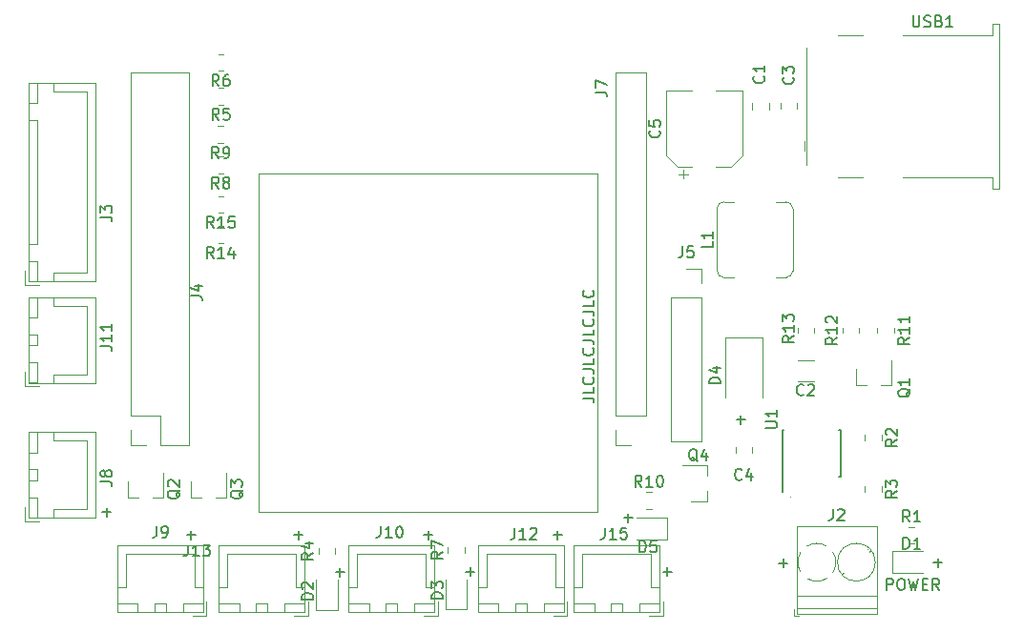
<source format=gbr>
%TF.GenerationSoftware,KiCad,Pcbnew,(5.1.12)-1*%
%TF.CreationDate,2022-01-05T17:05:18+08:00*%
%TF.ProjectId,orange_juice_board,6f72616e-6765-45f6-9a75-6963655f626f,rev?*%
%TF.SameCoordinates,Original*%
%TF.FileFunction,Legend,Top*%
%TF.FilePolarity,Positive*%
%FSLAX46Y46*%
G04 Gerber Fmt 4.6, Leading zero omitted, Abs format (unit mm)*
G04 Created by KiCad (PCBNEW (5.1.12)-1) date 2022-01-05 17:05:18*
%MOMM*%
%LPD*%
G01*
G04 APERTURE LIST*
%ADD10C,0.150000*%
%ADD11C,0.120000*%
G04 APERTURE END LIST*
D10*
X154722380Y-101929047D02*
X155436666Y-101929047D01*
X155579523Y-101976666D01*
X155674761Y-102071904D01*
X155722380Y-102214761D01*
X155722380Y-102310000D01*
X155722380Y-100976666D02*
X155722380Y-101452857D01*
X154722380Y-101452857D01*
X155627142Y-100071904D02*
X155674761Y-100119523D01*
X155722380Y-100262380D01*
X155722380Y-100357619D01*
X155674761Y-100500476D01*
X155579523Y-100595714D01*
X155484285Y-100643333D01*
X155293809Y-100690952D01*
X155150952Y-100690952D01*
X154960476Y-100643333D01*
X154865238Y-100595714D01*
X154770000Y-100500476D01*
X154722380Y-100357619D01*
X154722380Y-100262380D01*
X154770000Y-100119523D01*
X154817619Y-100071904D01*
X154722380Y-99357619D02*
X155436666Y-99357619D01*
X155579523Y-99405238D01*
X155674761Y-99500476D01*
X155722380Y-99643333D01*
X155722380Y-99738571D01*
X155722380Y-98405238D02*
X155722380Y-98881428D01*
X154722380Y-98881428D01*
X155627142Y-97500476D02*
X155674761Y-97548095D01*
X155722380Y-97690952D01*
X155722380Y-97786190D01*
X155674761Y-97929047D01*
X155579523Y-98024285D01*
X155484285Y-98071904D01*
X155293809Y-98119523D01*
X155150952Y-98119523D01*
X154960476Y-98071904D01*
X154865238Y-98024285D01*
X154770000Y-97929047D01*
X154722380Y-97786190D01*
X154722380Y-97690952D01*
X154770000Y-97548095D01*
X154817619Y-97500476D01*
X154722380Y-96786190D02*
X155436666Y-96786190D01*
X155579523Y-96833809D01*
X155674761Y-96929047D01*
X155722380Y-97071904D01*
X155722380Y-97167142D01*
X155722380Y-95833809D02*
X155722380Y-96310000D01*
X154722380Y-96310000D01*
X155627142Y-94929047D02*
X155674761Y-94976666D01*
X155722380Y-95119523D01*
X155722380Y-95214761D01*
X155674761Y-95357619D01*
X155579523Y-95452857D01*
X155484285Y-95500476D01*
X155293809Y-95548095D01*
X155150952Y-95548095D01*
X154960476Y-95500476D01*
X154865238Y-95452857D01*
X154770000Y-95357619D01*
X154722380Y-95214761D01*
X154722380Y-95119523D01*
X154770000Y-94976666D01*
X154817619Y-94929047D01*
X154722380Y-94214761D02*
X155436666Y-94214761D01*
X155579523Y-94262380D01*
X155674761Y-94357619D01*
X155722380Y-94500476D01*
X155722380Y-94595714D01*
X155722380Y-93262380D02*
X155722380Y-93738571D01*
X154722380Y-93738571D01*
X155627142Y-92357619D02*
X155674761Y-92405238D01*
X155722380Y-92548095D01*
X155722380Y-92643333D01*
X155674761Y-92786190D01*
X155579523Y-92881428D01*
X155484285Y-92929047D01*
X155293809Y-92976666D01*
X155150952Y-92976666D01*
X154960476Y-92929047D01*
X154865238Y-92881428D01*
X154770000Y-92786190D01*
X154722380Y-92643333D01*
X154722380Y-92548095D01*
X154770000Y-92405238D01*
X154817619Y-92357619D01*
X161869047Y-117321428D02*
X162630952Y-117321428D01*
X162250000Y-117702380D02*
X162250000Y-116940476D01*
X168369047Y-103821428D02*
X169130952Y-103821428D01*
X168750000Y-104202380D02*
X168750000Y-103440476D01*
D11*
X156000000Y-112000000D02*
X156000000Y-82000000D01*
X126000000Y-112000000D02*
X156000000Y-112000000D01*
X126000000Y-82000000D02*
X126000000Y-112000000D01*
X156000000Y-82000000D02*
X126000000Y-82000000D01*
D10*
X144344047Y-117346428D02*
X145105952Y-117346428D01*
X144725000Y-117727380D02*
X144725000Y-116965476D01*
X132819047Y-117371428D02*
X133580952Y-117371428D01*
X133200000Y-117752380D02*
X133200000Y-116990476D01*
D11*
X173155902Y-110725000D02*
G75*
G03*
X173155902Y-110725000I-55902J0D01*
G01*
D10*
X185869047Y-116546428D02*
X186630952Y-116546428D01*
X186250000Y-116927380D02*
X186250000Y-116165476D01*
X112119047Y-112071428D02*
X112880952Y-112071428D01*
X112500000Y-112452380D02*
X112500000Y-111690476D01*
X158369047Y-112571428D02*
X159130952Y-112571428D01*
X158750000Y-112952380D02*
X158750000Y-112190476D01*
X152119047Y-114071428D02*
X152880952Y-114071428D01*
X152500000Y-114452380D02*
X152500000Y-113690476D01*
X140619047Y-114071428D02*
X141380952Y-114071428D01*
X141000000Y-114452380D02*
X141000000Y-113690476D01*
X129119047Y-114071428D02*
X129880952Y-114071428D01*
X129500000Y-114452380D02*
X129500000Y-113690476D01*
X119619047Y-114071428D02*
X120380952Y-114071428D01*
X120000000Y-114452380D02*
X120000000Y-113690476D01*
X172119047Y-116571428D02*
X172880952Y-116571428D01*
X172500000Y-116952380D02*
X172500000Y-116190476D01*
X181690476Y-118952380D02*
X181690476Y-117952380D01*
X182071428Y-117952380D01*
X182166666Y-118000000D01*
X182214285Y-118047619D01*
X182261904Y-118142857D01*
X182261904Y-118285714D01*
X182214285Y-118380952D01*
X182166666Y-118428571D01*
X182071428Y-118476190D01*
X181690476Y-118476190D01*
X182880952Y-117952380D02*
X183071428Y-117952380D01*
X183166666Y-118000000D01*
X183261904Y-118095238D01*
X183309523Y-118285714D01*
X183309523Y-118619047D01*
X183261904Y-118809523D01*
X183166666Y-118904761D01*
X183071428Y-118952380D01*
X182880952Y-118952380D01*
X182785714Y-118904761D01*
X182690476Y-118809523D01*
X182642857Y-118619047D01*
X182642857Y-118285714D01*
X182690476Y-118095238D01*
X182785714Y-118000000D01*
X182880952Y-117952380D01*
X183642857Y-117952380D02*
X183880952Y-118952380D01*
X184071428Y-118238095D01*
X184261904Y-118952380D01*
X184500000Y-117952380D01*
X184880952Y-118428571D02*
X185214285Y-118428571D01*
X185357142Y-118952380D02*
X184880952Y-118952380D01*
X184880952Y-117952380D01*
X185357142Y-117952380D01*
X186357142Y-118952380D02*
X186023809Y-118476190D01*
X185785714Y-118952380D02*
X185785714Y-117952380D01*
X186166666Y-117952380D01*
X186261904Y-118000000D01*
X186309523Y-118047619D01*
X186357142Y-118142857D01*
X186357142Y-118285714D01*
X186309523Y-118380952D01*
X186261904Y-118428571D01*
X186166666Y-118476190D01*
X185785714Y-118476190D01*
D11*
%TO.C,J3*%
X105250000Y-91850000D02*
X106500000Y-91850000D01*
X105250000Y-90600000D02*
X105250000Y-91850000D01*
X110750000Y-74700000D02*
X110750000Y-82750000D01*
X107800000Y-74700000D02*
X110750000Y-74700000D01*
X107800000Y-73950000D02*
X107800000Y-74700000D01*
X110750000Y-90800000D02*
X110750000Y-82750000D01*
X107800000Y-90800000D02*
X110750000Y-90800000D01*
X107800000Y-91550000D02*
X107800000Y-90800000D01*
X105550000Y-73950000D02*
X105550000Y-75750000D01*
X106300000Y-73950000D02*
X105550000Y-73950000D01*
X106300000Y-75750000D02*
X106300000Y-73950000D01*
X105550000Y-75750000D02*
X106300000Y-75750000D01*
X105550000Y-89750000D02*
X105550000Y-91550000D01*
X106300000Y-89750000D02*
X105550000Y-89750000D01*
X106300000Y-91550000D02*
X106300000Y-89750000D01*
X105550000Y-91550000D02*
X106300000Y-91550000D01*
X105550000Y-77250000D02*
X105550000Y-88250000D01*
X106300000Y-77250000D02*
X105550000Y-77250000D01*
X106300000Y-88250000D02*
X106300000Y-77250000D01*
X105550000Y-88250000D02*
X106300000Y-88250000D01*
X105540000Y-73940000D02*
X105540000Y-91560000D01*
X111510000Y-73940000D02*
X105540000Y-73940000D01*
X111510000Y-91560000D02*
X111510000Y-73940000D01*
X105540000Y-91560000D02*
X111510000Y-91560000D01*
%TO.C,J4*%
X115960000Y-106110000D02*
X114630000Y-106110000D01*
X114630000Y-106110000D02*
X114630000Y-104780000D01*
X117230000Y-106110000D02*
X117230000Y-103510000D01*
X117230000Y-103510000D02*
X114630000Y-103510000D01*
X114630000Y-103510000D02*
X114630000Y-72970000D01*
X119830000Y-72970000D02*
X114630000Y-72970000D01*
X119830000Y-106110000D02*
X119830000Y-72970000D01*
X119830000Y-106110000D02*
X117230000Y-106110000D01*
%TO.C,C5*%
X163258750Y-82043750D02*
X164046250Y-82043750D01*
X163652500Y-82437500D02*
X163652500Y-81650000D01*
X167845563Y-81410000D02*
X168910000Y-80345563D01*
X163154437Y-81410000D02*
X162090000Y-80345563D01*
X163154437Y-81410000D02*
X164440000Y-81410000D01*
X167845563Y-81410000D02*
X166560000Y-81410000D01*
X168910000Y-80345563D02*
X168910000Y-74590000D01*
X162090000Y-80345563D02*
X162090000Y-74590000D01*
X162090000Y-74590000D02*
X164440000Y-74590000D01*
X168910000Y-74590000D02*
X166560000Y-74590000D01*
D10*
%TO.C,U1*%
X172475000Y-108875000D02*
X172475000Y-110275000D01*
X177575000Y-108875000D02*
X177575000Y-104725000D01*
X172425000Y-108875000D02*
X172425000Y-104725000D01*
X177575000Y-108875000D02*
X177430000Y-108875000D01*
X177575000Y-104725000D02*
X177430000Y-104725000D01*
X172425000Y-104725000D02*
X172570000Y-104725000D01*
X172425000Y-108875000D02*
X172475000Y-108875000D01*
D11*
%TO.C,USB1*%
X179580000Y-69690000D02*
X177400000Y-69690000D01*
X179580000Y-82310000D02*
X177400000Y-82310000D01*
X183080000Y-69690000D02*
X191050000Y-69690000D01*
X191050000Y-69690000D02*
X191050000Y-68690000D01*
X191050000Y-68690000D02*
X191670000Y-68690000D01*
X191670000Y-68690000D02*
X191670000Y-83310000D01*
X191670000Y-83310000D02*
X191050000Y-83310000D01*
X191050000Y-83310000D02*
X191050000Y-82310000D01*
X191050000Y-82310000D02*
X183080000Y-82310000D01*
X174550000Y-81190000D02*
X174550000Y-70810000D01*
X174400000Y-79100000D02*
X174400000Y-79900000D01*
%TO.C,C1*%
X171235000Y-76261252D02*
X171235000Y-75738748D01*
X169765000Y-76261252D02*
X169765000Y-75738748D01*
%TO.C,C2*%
X173813748Y-100410000D02*
X175236252Y-100410000D01*
X173813748Y-98590000D02*
X175236252Y-98590000D01*
%TO.C,C3*%
X173735000Y-76211252D02*
X173735000Y-75688748D01*
X172265000Y-76211252D02*
X172265000Y-75688748D01*
%TO.C,C4*%
X169735000Y-106761252D02*
X169735000Y-106238748D01*
X168265000Y-106761252D02*
X168265000Y-106238748D01*
%TO.C,D1*%
X182215000Y-117460000D02*
X184900000Y-117460000D01*
X182215000Y-115540000D02*
X182215000Y-117460000D01*
X184900000Y-115540000D02*
X182215000Y-115540000D01*
%TO.C,D2*%
X132960000Y-120747500D02*
X132960000Y-118062500D01*
X131040000Y-120747500D02*
X132960000Y-120747500D01*
X131040000Y-118062500D02*
X131040000Y-120747500D01*
%TO.C,D3*%
X144460000Y-120685000D02*
X144460000Y-118000000D01*
X142540000Y-120685000D02*
X144460000Y-120685000D01*
X142540000Y-118000000D02*
X142540000Y-120685000D01*
%TO.C,D4*%
X170650000Y-96500000D02*
X170650000Y-101900000D01*
X167350000Y-96500000D02*
X167350000Y-101900000D01*
X170650000Y-96500000D02*
X167350000Y-96500000D01*
%TO.C,D5*%
X162185000Y-112540000D02*
X159500000Y-112540000D01*
X162185000Y-114460000D02*
X162185000Y-112540000D01*
X159500000Y-114460000D02*
X162185000Y-114460000D01*
%TO.C,J2*%
X173450000Y-121300000D02*
X173850000Y-121300000D01*
X173450000Y-120660000D02*
X173450000Y-121300000D01*
X177855000Y-117441000D02*
X177726000Y-117569000D01*
X180070000Y-115225000D02*
X179976000Y-115319000D01*
X178025000Y-117681000D02*
X177931000Y-117774000D01*
X180275000Y-115431000D02*
X180146000Y-115559000D01*
X180810000Y-113340000D02*
X180810000Y-121060000D01*
X173690000Y-113340000D02*
X173690000Y-121060000D01*
X173690000Y-121060000D02*
X180810000Y-121060000D01*
X173690000Y-113340000D02*
X180810000Y-113340000D01*
X173690000Y-119500000D02*
X180810000Y-119500000D01*
X173690000Y-120600000D02*
X180810000Y-120600000D01*
X180680000Y-116500000D02*
G75*
G03*
X180680000Y-116500000I-1680000J0D01*
G01*
X175528674Y-118180099D02*
G75*
G02*
X174634000Y-117940000I-28674J1680099D01*
G01*
X174074642Y-117389894D02*
G75*
G02*
X174060000Y-115634000I1425358J889894D01*
G01*
X174610106Y-115074642D02*
G75*
G02*
X176366000Y-115060000I889894J-1425358D01*
G01*
X176925505Y-115609807D02*
G75*
G02*
X176925000Y-117391000I-1425505J-890193D01*
G01*
X176390264Y-117924721D02*
G75*
G02*
X175500000Y-118180000I-890264J1424721D01*
G01*
%TO.C,J7*%
X159000000Y-106110000D02*
X157670000Y-106110000D01*
X157670000Y-106110000D02*
X157670000Y-104780000D01*
X157670000Y-103510000D02*
X157670000Y-72970000D01*
X160330000Y-72970000D02*
X157670000Y-72970000D01*
X160330000Y-103510000D02*
X160330000Y-72970000D01*
X160330000Y-103510000D02*
X157670000Y-103510000D01*
%TO.C,J8*%
X105250000Y-112850000D02*
X106500000Y-112850000D01*
X105250000Y-111600000D02*
X105250000Y-112850000D01*
X110750000Y-105700000D02*
X110750000Y-108750000D01*
X107800000Y-105700000D02*
X110750000Y-105700000D01*
X107800000Y-104950000D02*
X107800000Y-105700000D01*
X110750000Y-111800000D02*
X110750000Y-108750000D01*
X107800000Y-111800000D02*
X110750000Y-111800000D01*
X107800000Y-112550000D02*
X107800000Y-111800000D01*
X105550000Y-104950000D02*
X105550000Y-106750000D01*
X106300000Y-104950000D02*
X105550000Y-104950000D01*
X106300000Y-106750000D02*
X106300000Y-104950000D01*
X105550000Y-106750000D02*
X106300000Y-106750000D01*
X105550000Y-110750000D02*
X105550000Y-112550000D01*
X106300000Y-110750000D02*
X105550000Y-110750000D01*
X106300000Y-112550000D02*
X106300000Y-110750000D01*
X105550000Y-112550000D02*
X106300000Y-112550000D01*
X105550000Y-108250000D02*
X105550000Y-109250000D01*
X106300000Y-108250000D02*
X105550000Y-108250000D01*
X106300000Y-109250000D02*
X106300000Y-108250000D01*
X105550000Y-109250000D02*
X106300000Y-109250000D01*
X105540000Y-104940000D02*
X105540000Y-112560000D01*
X111510000Y-104940000D02*
X105540000Y-104940000D01*
X111510000Y-112560000D02*
X111510000Y-104940000D01*
X105540000Y-112560000D02*
X111510000Y-112560000D01*
%TO.C,J9*%
X121350000Y-121250000D02*
X121350000Y-120000000D01*
X120100000Y-121250000D02*
X121350000Y-121250000D01*
X114200000Y-115750000D02*
X117250000Y-115750000D01*
X114200000Y-118700000D02*
X114200000Y-115750000D01*
X113450000Y-118700000D02*
X114200000Y-118700000D01*
X120300000Y-115750000D02*
X117250000Y-115750000D01*
X120300000Y-118700000D02*
X120300000Y-115750000D01*
X121050000Y-118700000D02*
X120300000Y-118700000D01*
X113450000Y-120950000D02*
X115250000Y-120950000D01*
X113450000Y-120200000D02*
X113450000Y-120950000D01*
X115250000Y-120200000D02*
X113450000Y-120200000D01*
X115250000Y-120950000D02*
X115250000Y-120200000D01*
X119250000Y-120950000D02*
X121050000Y-120950000D01*
X119250000Y-120200000D02*
X119250000Y-120950000D01*
X121050000Y-120200000D02*
X119250000Y-120200000D01*
X121050000Y-120950000D02*
X121050000Y-120200000D01*
X116750000Y-120950000D02*
X117750000Y-120950000D01*
X116750000Y-120200000D02*
X116750000Y-120950000D01*
X117750000Y-120200000D02*
X116750000Y-120200000D01*
X117750000Y-120950000D02*
X117750000Y-120200000D01*
X113440000Y-120960000D02*
X121060000Y-120960000D01*
X113440000Y-114990000D02*
X113440000Y-120960000D01*
X121060000Y-114990000D02*
X113440000Y-114990000D01*
X121060000Y-120960000D02*
X121060000Y-114990000D01*
%TO.C,J10*%
X141850000Y-121250000D02*
X141850000Y-120000000D01*
X140600000Y-121250000D02*
X141850000Y-121250000D01*
X134700000Y-115750000D02*
X137750000Y-115750000D01*
X134700000Y-118700000D02*
X134700000Y-115750000D01*
X133950000Y-118700000D02*
X134700000Y-118700000D01*
X140800000Y-115750000D02*
X137750000Y-115750000D01*
X140800000Y-118700000D02*
X140800000Y-115750000D01*
X141550000Y-118700000D02*
X140800000Y-118700000D01*
X133950000Y-120950000D02*
X135750000Y-120950000D01*
X133950000Y-120200000D02*
X133950000Y-120950000D01*
X135750000Y-120200000D02*
X133950000Y-120200000D01*
X135750000Y-120950000D02*
X135750000Y-120200000D01*
X139750000Y-120950000D02*
X141550000Y-120950000D01*
X139750000Y-120200000D02*
X139750000Y-120950000D01*
X141550000Y-120200000D02*
X139750000Y-120200000D01*
X141550000Y-120950000D02*
X141550000Y-120200000D01*
X137250000Y-120950000D02*
X138250000Y-120950000D01*
X137250000Y-120200000D02*
X137250000Y-120950000D01*
X138250000Y-120200000D02*
X137250000Y-120200000D01*
X138250000Y-120950000D02*
X138250000Y-120200000D01*
X133940000Y-120960000D02*
X141560000Y-120960000D01*
X133940000Y-114990000D02*
X133940000Y-120960000D01*
X141560000Y-114990000D02*
X133940000Y-114990000D01*
X141560000Y-120960000D02*
X141560000Y-114990000D01*
%TO.C,J11*%
X105250000Y-100850000D02*
X106500000Y-100850000D01*
X105250000Y-99600000D02*
X105250000Y-100850000D01*
X110750000Y-93700000D02*
X110750000Y-96750000D01*
X107800000Y-93700000D02*
X110750000Y-93700000D01*
X107800000Y-92950000D02*
X107800000Y-93700000D01*
X110750000Y-99800000D02*
X110750000Y-96750000D01*
X107800000Y-99800000D02*
X110750000Y-99800000D01*
X107800000Y-100550000D02*
X107800000Y-99800000D01*
X105550000Y-92950000D02*
X105550000Y-94750000D01*
X106300000Y-92950000D02*
X105550000Y-92950000D01*
X106300000Y-94750000D02*
X106300000Y-92950000D01*
X105550000Y-94750000D02*
X106300000Y-94750000D01*
X105550000Y-98750000D02*
X105550000Y-100550000D01*
X106300000Y-98750000D02*
X105550000Y-98750000D01*
X106300000Y-100550000D02*
X106300000Y-98750000D01*
X105550000Y-100550000D02*
X106300000Y-100550000D01*
X105550000Y-96250000D02*
X105550000Y-97250000D01*
X106300000Y-96250000D02*
X105550000Y-96250000D01*
X106300000Y-97250000D02*
X106300000Y-96250000D01*
X105550000Y-97250000D02*
X106300000Y-97250000D01*
X105540000Y-92940000D02*
X105540000Y-100560000D01*
X111510000Y-92940000D02*
X105540000Y-92940000D01*
X111510000Y-100560000D02*
X111510000Y-92940000D01*
X105540000Y-100560000D02*
X111510000Y-100560000D01*
%TO.C,J12*%
X153350000Y-121250000D02*
X153350000Y-120000000D01*
X152100000Y-121250000D02*
X153350000Y-121250000D01*
X146200000Y-115750000D02*
X149250000Y-115750000D01*
X146200000Y-118700000D02*
X146200000Y-115750000D01*
X145450000Y-118700000D02*
X146200000Y-118700000D01*
X152300000Y-115750000D02*
X149250000Y-115750000D01*
X152300000Y-118700000D02*
X152300000Y-115750000D01*
X153050000Y-118700000D02*
X152300000Y-118700000D01*
X145450000Y-120950000D02*
X147250000Y-120950000D01*
X145450000Y-120200000D02*
X145450000Y-120950000D01*
X147250000Y-120200000D02*
X145450000Y-120200000D01*
X147250000Y-120950000D02*
X147250000Y-120200000D01*
X151250000Y-120950000D02*
X153050000Y-120950000D01*
X151250000Y-120200000D02*
X151250000Y-120950000D01*
X153050000Y-120200000D02*
X151250000Y-120200000D01*
X153050000Y-120950000D02*
X153050000Y-120200000D01*
X148750000Y-120950000D02*
X149750000Y-120950000D01*
X148750000Y-120200000D02*
X148750000Y-120950000D01*
X149750000Y-120200000D02*
X148750000Y-120200000D01*
X149750000Y-120950000D02*
X149750000Y-120200000D01*
X145440000Y-120960000D02*
X153060000Y-120960000D01*
X145440000Y-114990000D02*
X145440000Y-120960000D01*
X153060000Y-114990000D02*
X145440000Y-114990000D01*
X153060000Y-120960000D02*
X153060000Y-114990000D01*
%TO.C,J13*%
X130350000Y-121250000D02*
X130350000Y-120000000D01*
X129100000Y-121250000D02*
X130350000Y-121250000D01*
X123200000Y-115750000D02*
X126250000Y-115750000D01*
X123200000Y-118700000D02*
X123200000Y-115750000D01*
X122450000Y-118700000D02*
X123200000Y-118700000D01*
X129300000Y-115750000D02*
X126250000Y-115750000D01*
X129300000Y-118700000D02*
X129300000Y-115750000D01*
X130050000Y-118700000D02*
X129300000Y-118700000D01*
X122450000Y-120950000D02*
X124250000Y-120950000D01*
X122450000Y-120200000D02*
X122450000Y-120950000D01*
X124250000Y-120200000D02*
X122450000Y-120200000D01*
X124250000Y-120950000D02*
X124250000Y-120200000D01*
X128250000Y-120950000D02*
X130050000Y-120950000D01*
X128250000Y-120200000D02*
X128250000Y-120950000D01*
X130050000Y-120200000D02*
X128250000Y-120200000D01*
X130050000Y-120950000D02*
X130050000Y-120200000D01*
X125750000Y-120950000D02*
X126750000Y-120950000D01*
X125750000Y-120200000D02*
X125750000Y-120950000D01*
X126750000Y-120200000D02*
X125750000Y-120200000D01*
X126750000Y-120950000D02*
X126750000Y-120200000D01*
X122440000Y-120960000D02*
X130060000Y-120960000D01*
X122440000Y-114990000D02*
X122440000Y-120960000D01*
X130060000Y-114990000D02*
X122440000Y-114990000D01*
X130060000Y-120960000D02*
X130060000Y-114990000D01*
%TO.C,J15*%
X161850000Y-121250000D02*
X161850000Y-120000000D01*
X160600000Y-121250000D02*
X161850000Y-121250000D01*
X154700000Y-115750000D02*
X157750000Y-115750000D01*
X154700000Y-118700000D02*
X154700000Y-115750000D01*
X153950000Y-118700000D02*
X154700000Y-118700000D01*
X160800000Y-115750000D02*
X157750000Y-115750000D01*
X160800000Y-118700000D02*
X160800000Y-115750000D01*
X161550000Y-118700000D02*
X160800000Y-118700000D01*
X153950000Y-120950000D02*
X155750000Y-120950000D01*
X153950000Y-120200000D02*
X153950000Y-120950000D01*
X155750000Y-120200000D02*
X153950000Y-120200000D01*
X155750000Y-120950000D02*
X155750000Y-120200000D01*
X159750000Y-120950000D02*
X161550000Y-120950000D01*
X159750000Y-120200000D02*
X159750000Y-120950000D01*
X161550000Y-120200000D02*
X159750000Y-120200000D01*
X161550000Y-120950000D02*
X161550000Y-120200000D01*
X157250000Y-120950000D02*
X158250000Y-120950000D01*
X157250000Y-120200000D02*
X157250000Y-120950000D01*
X158250000Y-120200000D02*
X157250000Y-120200000D01*
X158250000Y-120950000D02*
X158250000Y-120200000D01*
X153940000Y-120960000D02*
X161560000Y-120960000D01*
X153940000Y-114990000D02*
X153940000Y-120960000D01*
X161560000Y-114990000D02*
X153940000Y-114990000D01*
X161560000Y-120960000D02*
X161560000Y-114990000D01*
%TO.C,L1*%
X173360000Y-85100000D02*
X173360000Y-90600000D01*
X172750000Y-91210000D02*
X171900000Y-91210000D01*
X171900000Y-84490000D02*
X172750000Y-84490000D01*
X167250000Y-84490000D02*
X168100000Y-84490000D01*
X166640000Y-90600000D02*
X166640000Y-85100000D01*
X168100000Y-91210000D02*
X167250000Y-91210000D01*
X172750000Y-84490000D02*
G75*
G02*
X173360000Y-85100000I0J-610000D01*
G01*
X173360000Y-90600000D02*
G75*
G02*
X172750000Y-91210000I-610000J0D01*
G01*
X166640000Y-85100000D02*
G75*
G02*
X167250000Y-84490000I610000J0D01*
G01*
X167250000Y-91210000D02*
G75*
G02*
X166640000Y-90600000I0J610000D01*
G01*
%TO.C,Q1*%
X178970000Y-100760000D02*
X178970000Y-99300000D01*
X182130000Y-100760000D02*
X182130000Y-98600000D01*
X182130000Y-100760000D02*
X181200000Y-100760000D01*
X178970000Y-100760000D02*
X179900000Y-100760000D01*
%TO.C,Q2*%
X114370000Y-110760000D02*
X114370000Y-109300000D01*
X117530000Y-110760000D02*
X117530000Y-108600000D01*
X117530000Y-110760000D02*
X116600000Y-110760000D01*
X114370000Y-110760000D02*
X115300000Y-110760000D01*
%TO.C,Q3*%
X119970000Y-110760000D02*
X119970000Y-109300000D01*
X123130000Y-110760000D02*
X123130000Y-108600000D01*
X123130000Y-110760000D02*
X122200000Y-110760000D01*
X119970000Y-110760000D02*
X120900000Y-110760000D01*
%TO.C,Q4*%
X165760000Y-111080000D02*
X164300000Y-111080000D01*
X165760000Y-107920000D02*
X163600000Y-107920000D01*
X165760000Y-107920000D02*
X165760000Y-108850000D01*
X165760000Y-111080000D02*
X165760000Y-110150000D01*
%TO.C,R1*%
X183660436Y-114835000D02*
X184114564Y-114835000D01*
X183660436Y-113365000D02*
X184114564Y-113365000D01*
%TO.C,R2*%
X179765000Y-105185436D02*
X179765000Y-105639564D01*
X181235000Y-105185436D02*
X181235000Y-105639564D01*
%TO.C,R3*%
X179765000Y-109760436D02*
X179765000Y-110214564D01*
X181235000Y-109760436D02*
X181235000Y-110214564D01*
%TO.C,R4*%
X132735000Y-115727064D02*
X132735000Y-115272936D01*
X131265000Y-115727064D02*
X131265000Y-115272936D01*
%TO.C,R5*%
X122839564Y-74365000D02*
X122385436Y-74365000D01*
X122839564Y-75835000D02*
X122385436Y-75835000D01*
%TO.C,R6*%
X122839564Y-71365000D02*
X122385436Y-71365000D01*
X122839564Y-72835000D02*
X122385436Y-72835000D01*
%TO.C,R7*%
X144235000Y-115639564D02*
X144235000Y-115185436D01*
X142765000Y-115639564D02*
X142765000Y-115185436D01*
%TO.C,R8*%
X122827064Y-80465000D02*
X122372936Y-80465000D01*
X122827064Y-81935000D02*
X122372936Y-81935000D01*
%TO.C,R9*%
X122814564Y-77765000D02*
X122360436Y-77765000D01*
X122814564Y-79235000D02*
X122360436Y-79235000D01*
%TO.C,R10*%
X160360436Y-111735000D02*
X160814564Y-111735000D01*
X160360436Y-110265000D02*
X160814564Y-110265000D01*
%TO.C,R11*%
X180855000Y-95682936D02*
X180855000Y-96137064D01*
X182325000Y-95682936D02*
X182325000Y-96137064D01*
%TO.C,R12*%
X179235000Y-96139564D02*
X179235000Y-95685436D01*
X177765000Y-96139564D02*
X177765000Y-95685436D01*
%TO.C,R13*%
X173765000Y-95685436D02*
X173765000Y-96139564D01*
X175235000Y-95685436D02*
X175235000Y-96139564D01*
%TO.C,R14*%
X122839564Y-86665000D02*
X122385436Y-86665000D01*
X122839564Y-88135000D02*
X122385436Y-88135000D01*
%TO.C,R15*%
X122839564Y-83965000D02*
X122385436Y-83965000D01*
X122839564Y-85435000D02*
X122385436Y-85435000D01*
%TO.C,J5*%
X163910000Y-90420000D02*
X165240000Y-90420000D01*
X165240000Y-90420000D02*
X165240000Y-91750000D01*
X165240000Y-93020000D02*
X165240000Y-105780000D01*
X162580000Y-105780000D02*
X165240000Y-105780000D01*
X162580000Y-93020000D02*
X162580000Y-105780000D01*
X162580000Y-93020000D02*
X165240000Y-93020000D01*
%TO.C,J3*%
D10*
X111952380Y-85833333D02*
X112666666Y-85833333D01*
X112809523Y-85880952D01*
X112904761Y-85976190D01*
X112952380Y-86119047D01*
X112952380Y-86214285D01*
X111952380Y-85452380D02*
X111952380Y-84833333D01*
X112333333Y-85166666D01*
X112333333Y-85023809D01*
X112380952Y-84928571D01*
X112428571Y-84880952D01*
X112523809Y-84833333D01*
X112761904Y-84833333D01*
X112857142Y-84880952D01*
X112904761Y-84928571D01*
X112952380Y-85023809D01*
X112952380Y-85309523D01*
X112904761Y-85404761D01*
X112857142Y-85452380D01*
%TO.C,J4*%
X119952380Y-92833333D02*
X120666666Y-92833333D01*
X120809523Y-92880952D01*
X120904761Y-92976190D01*
X120952380Y-93119047D01*
X120952380Y-93214285D01*
X120285714Y-91928571D02*
X120952380Y-91928571D01*
X119904761Y-92166666D02*
X120619047Y-92404761D01*
X120619047Y-91785714D01*
%TO.C,C5*%
X161507142Y-78166666D02*
X161554761Y-78214285D01*
X161602380Y-78357142D01*
X161602380Y-78452380D01*
X161554761Y-78595238D01*
X161459523Y-78690476D01*
X161364285Y-78738095D01*
X161173809Y-78785714D01*
X161030952Y-78785714D01*
X160840476Y-78738095D01*
X160745238Y-78690476D01*
X160650000Y-78595238D01*
X160602380Y-78452380D01*
X160602380Y-78357142D01*
X160650000Y-78214285D01*
X160697619Y-78166666D01*
X160602380Y-77261904D02*
X160602380Y-77738095D01*
X161078571Y-77785714D01*
X161030952Y-77738095D01*
X160983333Y-77642857D01*
X160983333Y-77404761D01*
X161030952Y-77309523D01*
X161078571Y-77261904D01*
X161173809Y-77214285D01*
X161411904Y-77214285D01*
X161507142Y-77261904D01*
X161554761Y-77309523D01*
X161602380Y-77404761D01*
X161602380Y-77642857D01*
X161554761Y-77738095D01*
X161507142Y-77785714D01*
%TO.C,U1*%
X170952380Y-104561904D02*
X171761904Y-104561904D01*
X171857142Y-104514285D01*
X171904761Y-104466666D01*
X171952380Y-104371428D01*
X171952380Y-104180952D01*
X171904761Y-104085714D01*
X171857142Y-104038095D01*
X171761904Y-103990476D01*
X170952380Y-103990476D01*
X171952380Y-102990476D02*
X171952380Y-103561904D01*
X171952380Y-103276190D02*
X170952380Y-103276190D01*
X171095238Y-103371428D01*
X171190476Y-103466666D01*
X171238095Y-103561904D01*
%TO.C,USB1*%
X184011904Y-67952380D02*
X184011904Y-68761904D01*
X184059523Y-68857142D01*
X184107142Y-68904761D01*
X184202380Y-68952380D01*
X184392857Y-68952380D01*
X184488095Y-68904761D01*
X184535714Y-68857142D01*
X184583333Y-68761904D01*
X184583333Y-67952380D01*
X185011904Y-68904761D02*
X185154761Y-68952380D01*
X185392857Y-68952380D01*
X185488095Y-68904761D01*
X185535714Y-68857142D01*
X185583333Y-68761904D01*
X185583333Y-68666666D01*
X185535714Y-68571428D01*
X185488095Y-68523809D01*
X185392857Y-68476190D01*
X185202380Y-68428571D01*
X185107142Y-68380952D01*
X185059523Y-68333333D01*
X185011904Y-68238095D01*
X185011904Y-68142857D01*
X185059523Y-68047619D01*
X185107142Y-68000000D01*
X185202380Y-67952380D01*
X185440476Y-67952380D01*
X185583333Y-68000000D01*
X186345238Y-68428571D02*
X186488095Y-68476190D01*
X186535714Y-68523809D01*
X186583333Y-68619047D01*
X186583333Y-68761904D01*
X186535714Y-68857142D01*
X186488095Y-68904761D01*
X186392857Y-68952380D01*
X186011904Y-68952380D01*
X186011904Y-67952380D01*
X186345238Y-67952380D01*
X186440476Y-68000000D01*
X186488095Y-68047619D01*
X186535714Y-68142857D01*
X186535714Y-68238095D01*
X186488095Y-68333333D01*
X186440476Y-68380952D01*
X186345238Y-68428571D01*
X186011904Y-68428571D01*
X187535714Y-68952380D02*
X186964285Y-68952380D01*
X187250000Y-68952380D02*
X187250000Y-67952380D01*
X187154761Y-68095238D01*
X187059523Y-68190476D01*
X186964285Y-68238095D01*
%TO.C,C1*%
X170757142Y-73316666D02*
X170804761Y-73364285D01*
X170852380Y-73507142D01*
X170852380Y-73602380D01*
X170804761Y-73745238D01*
X170709523Y-73840476D01*
X170614285Y-73888095D01*
X170423809Y-73935714D01*
X170280952Y-73935714D01*
X170090476Y-73888095D01*
X169995238Y-73840476D01*
X169900000Y-73745238D01*
X169852380Y-73602380D01*
X169852380Y-73507142D01*
X169900000Y-73364285D01*
X169947619Y-73316666D01*
X170852380Y-72364285D02*
X170852380Y-72935714D01*
X170852380Y-72650000D02*
X169852380Y-72650000D01*
X169995238Y-72745238D01*
X170090476Y-72840476D01*
X170138095Y-72935714D01*
%TO.C,C2*%
X174333333Y-101607142D02*
X174285714Y-101654761D01*
X174142857Y-101702380D01*
X174047619Y-101702380D01*
X173904761Y-101654761D01*
X173809523Y-101559523D01*
X173761904Y-101464285D01*
X173714285Y-101273809D01*
X173714285Y-101130952D01*
X173761904Y-100940476D01*
X173809523Y-100845238D01*
X173904761Y-100750000D01*
X174047619Y-100702380D01*
X174142857Y-100702380D01*
X174285714Y-100750000D01*
X174333333Y-100797619D01*
X174714285Y-100797619D02*
X174761904Y-100750000D01*
X174857142Y-100702380D01*
X175095238Y-100702380D01*
X175190476Y-100750000D01*
X175238095Y-100797619D01*
X175285714Y-100892857D01*
X175285714Y-100988095D01*
X175238095Y-101130952D01*
X174666666Y-101702380D01*
X175285714Y-101702380D01*
%TO.C,C3*%
X173357142Y-73416666D02*
X173404761Y-73464285D01*
X173452380Y-73607142D01*
X173452380Y-73702380D01*
X173404761Y-73845238D01*
X173309523Y-73940476D01*
X173214285Y-73988095D01*
X173023809Y-74035714D01*
X172880952Y-74035714D01*
X172690476Y-73988095D01*
X172595238Y-73940476D01*
X172500000Y-73845238D01*
X172452380Y-73702380D01*
X172452380Y-73607142D01*
X172500000Y-73464285D01*
X172547619Y-73416666D01*
X172452380Y-73083333D02*
X172452380Y-72464285D01*
X172833333Y-72797619D01*
X172833333Y-72654761D01*
X172880952Y-72559523D01*
X172928571Y-72511904D01*
X173023809Y-72464285D01*
X173261904Y-72464285D01*
X173357142Y-72511904D01*
X173404761Y-72559523D01*
X173452380Y-72654761D01*
X173452380Y-72940476D01*
X173404761Y-73035714D01*
X173357142Y-73083333D01*
%TO.C,C4*%
X168833333Y-109107142D02*
X168785714Y-109154761D01*
X168642857Y-109202380D01*
X168547619Y-109202380D01*
X168404761Y-109154761D01*
X168309523Y-109059523D01*
X168261904Y-108964285D01*
X168214285Y-108773809D01*
X168214285Y-108630952D01*
X168261904Y-108440476D01*
X168309523Y-108345238D01*
X168404761Y-108250000D01*
X168547619Y-108202380D01*
X168642857Y-108202380D01*
X168785714Y-108250000D01*
X168833333Y-108297619D01*
X169690476Y-108535714D02*
X169690476Y-109202380D01*
X169452380Y-108154761D02*
X169214285Y-108869047D01*
X169833333Y-108869047D01*
%TO.C,D1*%
X183161904Y-115302380D02*
X183161904Y-114302380D01*
X183400000Y-114302380D01*
X183542857Y-114350000D01*
X183638095Y-114445238D01*
X183685714Y-114540476D01*
X183733333Y-114730952D01*
X183733333Y-114873809D01*
X183685714Y-115064285D01*
X183638095Y-115159523D01*
X183542857Y-115254761D01*
X183400000Y-115302380D01*
X183161904Y-115302380D01*
X184685714Y-115302380D02*
X184114285Y-115302380D01*
X184400000Y-115302380D02*
X184400000Y-114302380D01*
X184304761Y-114445238D01*
X184209523Y-114540476D01*
X184114285Y-114588095D01*
%TO.C,D2*%
X130802380Y-119800595D02*
X129802380Y-119800595D01*
X129802380Y-119562500D01*
X129850000Y-119419642D01*
X129945238Y-119324404D01*
X130040476Y-119276785D01*
X130230952Y-119229166D01*
X130373809Y-119229166D01*
X130564285Y-119276785D01*
X130659523Y-119324404D01*
X130754761Y-119419642D01*
X130802380Y-119562500D01*
X130802380Y-119800595D01*
X129897619Y-118848214D02*
X129850000Y-118800595D01*
X129802380Y-118705357D01*
X129802380Y-118467261D01*
X129850000Y-118372023D01*
X129897619Y-118324404D01*
X129992857Y-118276785D01*
X130088095Y-118276785D01*
X130230952Y-118324404D01*
X130802380Y-118895833D01*
X130802380Y-118276785D01*
%TO.C,D3*%
X142302380Y-119738095D02*
X141302380Y-119738095D01*
X141302380Y-119500000D01*
X141350000Y-119357142D01*
X141445238Y-119261904D01*
X141540476Y-119214285D01*
X141730952Y-119166666D01*
X141873809Y-119166666D01*
X142064285Y-119214285D01*
X142159523Y-119261904D01*
X142254761Y-119357142D01*
X142302380Y-119500000D01*
X142302380Y-119738095D01*
X141302380Y-118833333D02*
X141302380Y-118214285D01*
X141683333Y-118547619D01*
X141683333Y-118404761D01*
X141730952Y-118309523D01*
X141778571Y-118261904D01*
X141873809Y-118214285D01*
X142111904Y-118214285D01*
X142207142Y-118261904D01*
X142254761Y-118309523D01*
X142302380Y-118404761D01*
X142302380Y-118690476D01*
X142254761Y-118785714D01*
X142207142Y-118833333D01*
%TO.C,D4*%
X166952380Y-100638095D02*
X165952380Y-100638095D01*
X165952380Y-100400000D01*
X166000000Y-100257142D01*
X166095238Y-100161904D01*
X166190476Y-100114285D01*
X166380952Y-100066666D01*
X166523809Y-100066666D01*
X166714285Y-100114285D01*
X166809523Y-100161904D01*
X166904761Y-100257142D01*
X166952380Y-100400000D01*
X166952380Y-100638095D01*
X166285714Y-99209523D02*
X166952380Y-99209523D01*
X165904761Y-99447619D02*
X166619047Y-99685714D01*
X166619047Y-99066666D01*
%TO.C,D5*%
X159761904Y-115602380D02*
X159761904Y-114602380D01*
X160000000Y-114602380D01*
X160142857Y-114650000D01*
X160238095Y-114745238D01*
X160285714Y-114840476D01*
X160333333Y-115030952D01*
X160333333Y-115173809D01*
X160285714Y-115364285D01*
X160238095Y-115459523D01*
X160142857Y-115554761D01*
X160000000Y-115602380D01*
X159761904Y-115602380D01*
X161238095Y-114602380D02*
X160761904Y-114602380D01*
X160714285Y-115078571D01*
X160761904Y-115030952D01*
X160857142Y-114983333D01*
X161095238Y-114983333D01*
X161190476Y-115030952D01*
X161238095Y-115078571D01*
X161285714Y-115173809D01*
X161285714Y-115411904D01*
X161238095Y-115507142D01*
X161190476Y-115554761D01*
X161095238Y-115602380D01*
X160857142Y-115602380D01*
X160761904Y-115554761D01*
X160714285Y-115507142D01*
%TO.C,J2*%
X176916666Y-111792380D02*
X176916666Y-112506666D01*
X176869047Y-112649523D01*
X176773809Y-112744761D01*
X176630952Y-112792380D01*
X176535714Y-112792380D01*
X177345238Y-111887619D02*
X177392857Y-111840000D01*
X177488095Y-111792380D01*
X177726190Y-111792380D01*
X177821428Y-111840000D01*
X177869047Y-111887619D01*
X177916666Y-111982857D01*
X177916666Y-112078095D01*
X177869047Y-112220952D01*
X177297619Y-112792380D01*
X177916666Y-112792380D01*
%TO.C,J7*%
X155877380Y-74758333D02*
X156591666Y-74758333D01*
X156734523Y-74805952D01*
X156829761Y-74901190D01*
X156877380Y-75044047D01*
X156877380Y-75139285D01*
X155877380Y-74377380D02*
X155877380Y-73710714D01*
X156877380Y-74139285D01*
%TO.C,J8*%
X111952380Y-109333333D02*
X112666666Y-109333333D01*
X112809523Y-109380952D01*
X112904761Y-109476190D01*
X112952380Y-109619047D01*
X112952380Y-109714285D01*
X112380952Y-108714285D02*
X112333333Y-108809523D01*
X112285714Y-108857142D01*
X112190476Y-108904761D01*
X112142857Y-108904761D01*
X112047619Y-108857142D01*
X112000000Y-108809523D01*
X111952380Y-108714285D01*
X111952380Y-108523809D01*
X112000000Y-108428571D01*
X112047619Y-108380952D01*
X112142857Y-108333333D01*
X112190476Y-108333333D01*
X112285714Y-108380952D01*
X112333333Y-108428571D01*
X112380952Y-108523809D01*
X112380952Y-108714285D01*
X112428571Y-108809523D01*
X112476190Y-108857142D01*
X112571428Y-108904761D01*
X112761904Y-108904761D01*
X112857142Y-108857142D01*
X112904761Y-108809523D01*
X112952380Y-108714285D01*
X112952380Y-108523809D01*
X112904761Y-108428571D01*
X112857142Y-108380952D01*
X112761904Y-108333333D01*
X112571428Y-108333333D01*
X112476190Y-108380952D01*
X112428571Y-108428571D01*
X112380952Y-108523809D01*
%TO.C,J9*%
X116916666Y-113302380D02*
X116916666Y-114016666D01*
X116869047Y-114159523D01*
X116773809Y-114254761D01*
X116630952Y-114302380D01*
X116535714Y-114302380D01*
X117440476Y-114302380D02*
X117630952Y-114302380D01*
X117726190Y-114254761D01*
X117773809Y-114207142D01*
X117869047Y-114064285D01*
X117916666Y-113873809D01*
X117916666Y-113492857D01*
X117869047Y-113397619D01*
X117821428Y-113350000D01*
X117726190Y-113302380D01*
X117535714Y-113302380D01*
X117440476Y-113350000D01*
X117392857Y-113397619D01*
X117345238Y-113492857D01*
X117345238Y-113730952D01*
X117392857Y-113826190D01*
X117440476Y-113873809D01*
X117535714Y-113921428D01*
X117726190Y-113921428D01*
X117821428Y-113873809D01*
X117869047Y-113826190D01*
X117916666Y-113730952D01*
%TO.C,J10*%
X136790476Y-113302380D02*
X136790476Y-114016666D01*
X136742857Y-114159523D01*
X136647619Y-114254761D01*
X136504761Y-114302380D01*
X136409523Y-114302380D01*
X137790476Y-114302380D02*
X137219047Y-114302380D01*
X137504761Y-114302380D02*
X137504761Y-113302380D01*
X137409523Y-113445238D01*
X137314285Y-113540476D01*
X137219047Y-113588095D01*
X138409523Y-113302380D02*
X138504761Y-113302380D01*
X138600000Y-113350000D01*
X138647619Y-113397619D01*
X138695238Y-113492857D01*
X138742857Y-113683333D01*
X138742857Y-113921428D01*
X138695238Y-114111904D01*
X138647619Y-114207142D01*
X138600000Y-114254761D01*
X138504761Y-114302380D01*
X138409523Y-114302380D01*
X138314285Y-114254761D01*
X138266666Y-114207142D01*
X138219047Y-114111904D01*
X138171428Y-113921428D01*
X138171428Y-113683333D01*
X138219047Y-113492857D01*
X138266666Y-113397619D01*
X138314285Y-113350000D01*
X138409523Y-113302380D01*
%TO.C,J11*%
X111952380Y-97309523D02*
X112666666Y-97309523D01*
X112809523Y-97357142D01*
X112904761Y-97452380D01*
X112952380Y-97595238D01*
X112952380Y-97690476D01*
X112952380Y-96309523D02*
X112952380Y-96880952D01*
X112952380Y-96595238D02*
X111952380Y-96595238D01*
X112095238Y-96690476D01*
X112190476Y-96785714D01*
X112238095Y-96880952D01*
X112952380Y-95357142D02*
X112952380Y-95928571D01*
X112952380Y-95642857D02*
X111952380Y-95642857D01*
X112095238Y-95738095D01*
X112190476Y-95833333D01*
X112238095Y-95928571D01*
%TO.C,J12*%
X148690476Y-113452380D02*
X148690476Y-114166666D01*
X148642857Y-114309523D01*
X148547619Y-114404761D01*
X148404761Y-114452380D01*
X148309523Y-114452380D01*
X149690476Y-114452380D02*
X149119047Y-114452380D01*
X149404761Y-114452380D02*
X149404761Y-113452380D01*
X149309523Y-113595238D01*
X149214285Y-113690476D01*
X149119047Y-113738095D01*
X150071428Y-113547619D02*
X150119047Y-113500000D01*
X150214285Y-113452380D01*
X150452380Y-113452380D01*
X150547619Y-113500000D01*
X150595238Y-113547619D01*
X150642857Y-113642857D01*
X150642857Y-113738095D01*
X150595238Y-113880952D01*
X150023809Y-114452380D01*
X150642857Y-114452380D01*
%TO.C,J13*%
X119690476Y-114952380D02*
X119690476Y-115666666D01*
X119642857Y-115809523D01*
X119547619Y-115904761D01*
X119404761Y-115952380D01*
X119309523Y-115952380D01*
X120690476Y-115952380D02*
X120119047Y-115952380D01*
X120404761Y-115952380D02*
X120404761Y-114952380D01*
X120309523Y-115095238D01*
X120214285Y-115190476D01*
X120119047Y-115238095D01*
X121023809Y-114952380D02*
X121642857Y-114952380D01*
X121309523Y-115333333D01*
X121452380Y-115333333D01*
X121547619Y-115380952D01*
X121595238Y-115428571D01*
X121642857Y-115523809D01*
X121642857Y-115761904D01*
X121595238Y-115857142D01*
X121547619Y-115904761D01*
X121452380Y-115952380D01*
X121166666Y-115952380D01*
X121071428Y-115904761D01*
X121023809Y-115857142D01*
%TO.C,J15*%
X156690476Y-113452380D02*
X156690476Y-114166666D01*
X156642857Y-114309523D01*
X156547619Y-114404761D01*
X156404761Y-114452380D01*
X156309523Y-114452380D01*
X157690476Y-114452380D02*
X157119047Y-114452380D01*
X157404761Y-114452380D02*
X157404761Y-113452380D01*
X157309523Y-113595238D01*
X157214285Y-113690476D01*
X157119047Y-113738095D01*
X158595238Y-113452380D02*
X158119047Y-113452380D01*
X158071428Y-113928571D01*
X158119047Y-113880952D01*
X158214285Y-113833333D01*
X158452380Y-113833333D01*
X158547619Y-113880952D01*
X158595238Y-113928571D01*
X158642857Y-114023809D01*
X158642857Y-114261904D01*
X158595238Y-114357142D01*
X158547619Y-114404761D01*
X158452380Y-114452380D01*
X158214285Y-114452380D01*
X158119047Y-114404761D01*
X158071428Y-114357142D01*
%TO.C,L1*%
X166252380Y-88016666D02*
X166252380Y-88492857D01*
X165252380Y-88492857D01*
X166252380Y-87159523D02*
X166252380Y-87730952D01*
X166252380Y-87445238D02*
X165252380Y-87445238D01*
X165395238Y-87540476D01*
X165490476Y-87635714D01*
X165538095Y-87730952D01*
%TO.C,Q1*%
X183797619Y-101095238D02*
X183750000Y-101190476D01*
X183654761Y-101285714D01*
X183511904Y-101428571D01*
X183464285Y-101523809D01*
X183464285Y-101619047D01*
X183702380Y-101571428D02*
X183654761Y-101666666D01*
X183559523Y-101761904D01*
X183369047Y-101809523D01*
X183035714Y-101809523D01*
X182845238Y-101761904D01*
X182750000Y-101666666D01*
X182702380Y-101571428D01*
X182702380Y-101380952D01*
X182750000Y-101285714D01*
X182845238Y-101190476D01*
X183035714Y-101142857D01*
X183369047Y-101142857D01*
X183559523Y-101190476D01*
X183654761Y-101285714D01*
X183702380Y-101380952D01*
X183702380Y-101571428D01*
X183702380Y-100190476D02*
X183702380Y-100761904D01*
X183702380Y-100476190D02*
X182702380Y-100476190D01*
X182845238Y-100571428D01*
X182940476Y-100666666D01*
X182988095Y-100761904D01*
%TO.C,Q2*%
X118997619Y-110095238D02*
X118950000Y-110190476D01*
X118854761Y-110285714D01*
X118711904Y-110428571D01*
X118664285Y-110523809D01*
X118664285Y-110619047D01*
X118902380Y-110571428D02*
X118854761Y-110666666D01*
X118759523Y-110761904D01*
X118569047Y-110809523D01*
X118235714Y-110809523D01*
X118045238Y-110761904D01*
X117950000Y-110666666D01*
X117902380Y-110571428D01*
X117902380Y-110380952D01*
X117950000Y-110285714D01*
X118045238Y-110190476D01*
X118235714Y-110142857D01*
X118569047Y-110142857D01*
X118759523Y-110190476D01*
X118854761Y-110285714D01*
X118902380Y-110380952D01*
X118902380Y-110571428D01*
X117997619Y-109761904D02*
X117950000Y-109714285D01*
X117902380Y-109619047D01*
X117902380Y-109380952D01*
X117950000Y-109285714D01*
X117997619Y-109238095D01*
X118092857Y-109190476D01*
X118188095Y-109190476D01*
X118330952Y-109238095D01*
X118902380Y-109809523D01*
X118902380Y-109190476D01*
%TO.C,Q3*%
X124597619Y-110095238D02*
X124550000Y-110190476D01*
X124454761Y-110285714D01*
X124311904Y-110428571D01*
X124264285Y-110523809D01*
X124264285Y-110619047D01*
X124502380Y-110571428D02*
X124454761Y-110666666D01*
X124359523Y-110761904D01*
X124169047Y-110809523D01*
X123835714Y-110809523D01*
X123645238Y-110761904D01*
X123550000Y-110666666D01*
X123502380Y-110571428D01*
X123502380Y-110380952D01*
X123550000Y-110285714D01*
X123645238Y-110190476D01*
X123835714Y-110142857D01*
X124169047Y-110142857D01*
X124359523Y-110190476D01*
X124454761Y-110285714D01*
X124502380Y-110380952D01*
X124502380Y-110571428D01*
X123502380Y-109809523D02*
X123502380Y-109190476D01*
X123883333Y-109523809D01*
X123883333Y-109380952D01*
X123930952Y-109285714D01*
X123978571Y-109238095D01*
X124073809Y-109190476D01*
X124311904Y-109190476D01*
X124407142Y-109238095D01*
X124454761Y-109285714D01*
X124502380Y-109380952D01*
X124502380Y-109666666D01*
X124454761Y-109761904D01*
X124407142Y-109809523D01*
%TO.C,Q4*%
X164904761Y-107547619D02*
X164809523Y-107500000D01*
X164714285Y-107404761D01*
X164571428Y-107261904D01*
X164476190Y-107214285D01*
X164380952Y-107214285D01*
X164428571Y-107452380D02*
X164333333Y-107404761D01*
X164238095Y-107309523D01*
X164190476Y-107119047D01*
X164190476Y-106785714D01*
X164238095Y-106595238D01*
X164333333Y-106500000D01*
X164428571Y-106452380D01*
X164619047Y-106452380D01*
X164714285Y-106500000D01*
X164809523Y-106595238D01*
X164857142Y-106785714D01*
X164857142Y-107119047D01*
X164809523Y-107309523D01*
X164714285Y-107404761D01*
X164619047Y-107452380D01*
X164428571Y-107452380D01*
X165714285Y-106785714D02*
X165714285Y-107452380D01*
X165476190Y-106404761D02*
X165238095Y-107119047D01*
X165857142Y-107119047D01*
%TO.C,R1*%
X183720833Y-112902380D02*
X183387500Y-112426190D01*
X183149404Y-112902380D02*
X183149404Y-111902380D01*
X183530357Y-111902380D01*
X183625595Y-111950000D01*
X183673214Y-111997619D01*
X183720833Y-112092857D01*
X183720833Y-112235714D01*
X183673214Y-112330952D01*
X183625595Y-112378571D01*
X183530357Y-112426190D01*
X183149404Y-112426190D01*
X184673214Y-112902380D02*
X184101785Y-112902380D01*
X184387500Y-112902380D02*
X184387500Y-111902380D01*
X184292261Y-112045238D01*
X184197023Y-112140476D01*
X184101785Y-112188095D01*
%TO.C,R2*%
X182602380Y-105579166D02*
X182126190Y-105912500D01*
X182602380Y-106150595D02*
X181602380Y-106150595D01*
X181602380Y-105769642D01*
X181650000Y-105674404D01*
X181697619Y-105626785D01*
X181792857Y-105579166D01*
X181935714Y-105579166D01*
X182030952Y-105626785D01*
X182078571Y-105674404D01*
X182126190Y-105769642D01*
X182126190Y-106150595D01*
X181697619Y-105198214D02*
X181650000Y-105150595D01*
X181602380Y-105055357D01*
X181602380Y-104817261D01*
X181650000Y-104722023D01*
X181697619Y-104674404D01*
X181792857Y-104626785D01*
X181888095Y-104626785D01*
X182030952Y-104674404D01*
X182602380Y-105245833D01*
X182602380Y-104626785D01*
%TO.C,R3*%
X182602380Y-110154166D02*
X182126190Y-110487500D01*
X182602380Y-110725595D02*
X181602380Y-110725595D01*
X181602380Y-110344642D01*
X181650000Y-110249404D01*
X181697619Y-110201785D01*
X181792857Y-110154166D01*
X181935714Y-110154166D01*
X182030952Y-110201785D01*
X182078571Y-110249404D01*
X182126190Y-110344642D01*
X182126190Y-110725595D01*
X181602380Y-109820833D02*
X181602380Y-109201785D01*
X181983333Y-109535119D01*
X181983333Y-109392261D01*
X182030952Y-109297023D01*
X182078571Y-109249404D01*
X182173809Y-109201785D01*
X182411904Y-109201785D01*
X182507142Y-109249404D01*
X182554761Y-109297023D01*
X182602380Y-109392261D01*
X182602380Y-109677976D01*
X182554761Y-109773214D01*
X182507142Y-109820833D01*
%TO.C,R4*%
X130802380Y-115666666D02*
X130326190Y-116000000D01*
X130802380Y-116238095D02*
X129802380Y-116238095D01*
X129802380Y-115857142D01*
X129850000Y-115761904D01*
X129897619Y-115714285D01*
X129992857Y-115666666D01*
X130135714Y-115666666D01*
X130230952Y-115714285D01*
X130278571Y-115761904D01*
X130326190Y-115857142D01*
X130326190Y-116238095D01*
X130135714Y-114809523D02*
X130802380Y-114809523D01*
X129754761Y-115047619D02*
X130469047Y-115285714D01*
X130469047Y-114666666D01*
%TO.C,R5*%
X122445833Y-77202380D02*
X122112500Y-76726190D01*
X121874404Y-77202380D02*
X121874404Y-76202380D01*
X122255357Y-76202380D01*
X122350595Y-76250000D01*
X122398214Y-76297619D01*
X122445833Y-76392857D01*
X122445833Y-76535714D01*
X122398214Y-76630952D01*
X122350595Y-76678571D01*
X122255357Y-76726190D01*
X121874404Y-76726190D01*
X123350595Y-76202380D02*
X122874404Y-76202380D01*
X122826785Y-76678571D01*
X122874404Y-76630952D01*
X122969642Y-76583333D01*
X123207738Y-76583333D01*
X123302976Y-76630952D01*
X123350595Y-76678571D01*
X123398214Y-76773809D01*
X123398214Y-77011904D01*
X123350595Y-77107142D01*
X123302976Y-77154761D01*
X123207738Y-77202380D01*
X122969642Y-77202380D01*
X122874404Y-77154761D01*
X122826785Y-77107142D01*
%TO.C,R6*%
X122445833Y-74202380D02*
X122112500Y-73726190D01*
X121874404Y-74202380D02*
X121874404Y-73202380D01*
X122255357Y-73202380D01*
X122350595Y-73250000D01*
X122398214Y-73297619D01*
X122445833Y-73392857D01*
X122445833Y-73535714D01*
X122398214Y-73630952D01*
X122350595Y-73678571D01*
X122255357Y-73726190D01*
X121874404Y-73726190D01*
X123302976Y-73202380D02*
X123112500Y-73202380D01*
X123017261Y-73250000D01*
X122969642Y-73297619D01*
X122874404Y-73440476D01*
X122826785Y-73630952D01*
X122826785Y-74011904D01*
X122874404Y-74107142D01*
X122922023Y-74154761D01*
X123017261Y-74202380D01*
X123207738Y-74202380D01*
X123302976Y-74154761D01*
X123350595Y-74107142D01*
X123398214Y-74011904D01*
X123398214Y-73773809D01*
X123350595Y-73678571D01*
X123302976Y-73630952D01*
X123207738Y-73583333D01*
X123017261Y-73583333D01*
X122922023Y-73630952D01*
X122874404Y-73678571D01*
X122826785Y-73773809D01*
%TO.C,R7*%
X142302380Y-115579166D02*
X141826190Y-115912500D01*
X142302380Y-116150595D02*
X141302380Y-116150595D01*
X141302380Y-115769642D01*
X141350000Y-115674404D01*
X141397619Y-115626785D01*
X141492857Y-115579166D01*
X141635714Y-115579166D01*
X141730952Y-115626785D01*
X141778571Y-115674404D01*
X141826190Y-115769642D01*
X141826190Y-116150595D01*
X141302380Y-115245833D02*
X141302380Y-114579166D01*
X142302380Y-115007738D01*
%TO.C,R8*%
X122433333Y-83302380D02*
X122100000Y-82826190D01*
X121861904Y-83302380D02*
X121861904Y-82302380D01*
X122242857Y-82302380D01*
X122338095Y-82350000D01*
X122385714Y-82397619D01*
X122433333Y-82492857D01*
X122433333Y-82635714D01*
X122385714Y-82730952D01*
X122338095Y-82778571D01*
X122242857Y-82826190D01*
X121861904Y-82826190D01*
X123004761Y-82730952D02*
X122909523Y-82683333D01*
X122861904Y-82635714D01*
X122814285Y-82540476D01*
X122814285Y-82492857D01*
X122861904Y-82397619D01*
X122909523Y-82350000D01*
X123004761Y-82302380D01*
X123195238Y-82302380D01*
X123290476Y-82350000D01*
X123338095Y-82397619D01*
X123385714Y-82492857D01*
X123385714Y-82540476D01*
X123338095Y-82635714D01*
X123290476Y-82683333D01*
X123195238Y-82730952D01*
X123004761Y-82730952D01*
X122909523Y-82778571D01*
X122861904Y-82826190D01*
X122814285Y-82921428D01*
X122814285Y-83111904D01*
X122861904Y-83207142D01*
X122909523Y-83254761D01*
X123004761Y-83302380D01*
X123195238Y-83302380D01*
X123290476Y-83254761D01*
X123338095Y-83207142D01*
X123385714Y-83111904D01*
X123385714Y-82921428D01*
X123338095Y-82826190D01*
X123290476Y-82778571D01*
X123195238Y-82730952D01*
%TO.C,R9*%
X122420833Y-80602380D02*
X122087500Y-80126190D01*
X121849404Y-80602380D02*
X121849404Y-79602380D01*
X122230357Y-79602380D01*
X122325595Y-79650000D01*
X122373214Y-79697619D01*
X122420833Y-79792857D01*
X122420833Y-79935714D01*
X122373214Y-80030952D01*
X122325595Y-80078571D01*
X122230357Y-80126190D01*
X121849404Y-80126190D01*
X122897023Y-80602380D02*
X123087500Y-80602380D01*
X123182738Y-80554761D01*
X123230357Y-80507142D01*
X123325595Y-80364285D01*
X123373214Y-80173809D01*
X123373214Y-79792857D01*
X123325595Y-79697619D01*
X123277976Y-79650000D01*
X123182738Y-79602380D01*
X122992261Y-79602380D01*
X122897023Y-79650000D01*
X122849404Y-79697619D01*
X122801785Y-79792857D01*
X122801785Y-80030952D01*
X122849404Y-80126190D01*
X122897023Y-80173809D01*
X122992261Y-80221428D01*
X123182738Y-80221428D01*
X123277976Y-80173809D01*
X123325595Y-80126190D01*
X123373214Y-80030952D01*
%TO.C,R10*%
X159944642Y-109802380D02*
X159611309Y-109326190D01*
X159373214Y-109802380D02*
X159373214Y-108802380D01*
X159754166Y-108802380D01*
X159849404Y-108850000D01*
X159897023Y-108897619D01*
X159944642Y-108992857D01*
X159944642Y-109135714D01*
X159897023Y-109230952D01*
X159849404Y-109278571D01*
X159754166Y-109326190D01*
X159373214Y-109326190D01*
X160897023Y-109802380D02*
X160325595Y-109802380D01*
X160611309Y-109802380D02*
X160611309Y-108802380D01*
X160516071Y-108945238D01*
X160420833Y-109040476D01*
X160325595Y-109088095D01*
X161516071Y-108802380D02*
X161611309Y-108802380D01*
X161706547Y-108850000D01*
X161754166Y-108897619D01*
X161801785Y-108992857D01*
X161849404Y-109183333D01*
X161849404Y-109421428D01*
X161801785Y-109611904D01*
X161754166Y-109707142D01*
X161706547Y-109754761D01*
X161611309Y-109802380D01*
X161516071Y-109802380D01*
X161420833Y-109754761D01*
X161373214Y-109707142D01*
X161325595Y-109611904D01*
X161277976Y-109421428D01*
X161277976Y-109183333D01*
X161325595Y-108992857D01*
X161373214Y-108897619D01*
X161420833Y-108850000D01*
X161516071Y-108802380D01*
%TO.C,R11*%
X183692380Y-96552857D02*
X183216190Y-96886190D01*
X183692380Y-97124285D02*
X182692380Y-97124285D01*
X182692380Y-96743333D01*
X182740000Y-96648095D01*
X182787619Y-96600476D01*
X182882857Y-96552857D01*
X183025714Y-96552857D01*
X183120952Y-96600476D01*
X183168571Y-96648095D01*
X183216190Y-96743333D01*
X183216190Y-97124285D01*
X183692380Y-95600476D02*
X183692380Y-96171904D01*
X183692380Y-95886190D02*
X182692380Y-95886190D01*
X182835238Y-95981428D01*
X182930476Y-96076666D01*
X182978095Y-96171904D01*
X183692380Y-94648095D02*
X183692380Y-95219523D01*
X183692380Y-94933809D02*
X182692380Y-94933809D01*
X182835238Y-95029047D01*
X182930476Y-95124285D01*
X182978095Y-95219523D01*
%TO.C,R12*%
X177302380Y-96555357D02*
X176826190Y-96888690D01*
X177302380Y-97126785D02*
X176302380Y-97126785D01*
X176302380Y-96745833D01*
X176350000Y-96650595D01*
X176397619Y-96602976D01*
X176492857Y-96555357D01*
X176635714Y-96555357D01*
X176730952Y-96602976D01*
X176778571Y-96650595D01*
X176826190Y-96745833D01*
X176826190Y-97126785D01*
X177302380Y-95602976D02*
X177302380Y-96174404D01*
X177302380Y-95888690D02*
X176302380Y-95888690D01*
X176445238Y-95983928D01*
X176540476Y-96079166D01*
X176588095Y-96174404D01*
X176397619Y-95222023D02*
X176350000Y-95174404D01*
X176302380Y-95079166D01*
X176302380Y-94841071D01*
X176350000Y-94745833D01*
X176397619Y-94698214D01*
X176492857Y-94650595D01*
X176588095Y-94650595D01*
X176730952Y-94698214D01*
X177302380Y-95269642D01*
X177302380Y-94650595D01*
%TO.C,R13*%
X173452380Y-96392857D02*
X172976190Y-96726190D01*
X173452380Y-96964285D02*
X172452380Y-96964285D01*
X172452380Y-96583333D01*
X172500000Y-96488095D01*
X172547619Y-96440476D01*
X172642857Y-96392857D01*
X172785714Y-96392857D01*
X172880952Y-96440476D01*
X172928571Y-96488095D01*
X172976190Y-96583333D01*
X172976190Y-96964285D01*
X173452380Y-95440476D02*
X173452380Y-96011904D01*
X173452380Y-95726190D02*
X172452380Y-95726190D01*
X172595238Y-95821428D01*
X172690476Y-95916666D01*
X172738095Y-96011904D01*
X172452380Y-95107142D02*
X172452380Y-94488095D01*
X172833333Y-94821428D01*
X172833333Y-94678571D01*
X172880952Y-94583333D01*
X172928571Y-94535714D01*
X173023809Y-94488095D01*
X173261904Y-94488095D01*
X173357142Y-94535714D01*
X173404761Y-94583333D01*
X173452380Y-94678571D01*
X173452380Y-94964285D01*
X173404761Y-95059523D01*
X173357142Y-95107142D01*
%TO.C,R14*%
X121969642Y-89502380D02*
X121636309Y-89026190D01*
X121398214Y-89502380D02*
X121398214Y-88502380D01*
X121779166Y-88502380D01*
X121874404Y-88550000D01*
X121922023Y-88597619D01*
X121969642Y-88692857D01*
X121969642Y-88835714D01*
X121922023Y-88930952D01*
X121874404Y-88978571D01*
X121779166Y-89026190D01*
X121398214Y-89026190D01*
X122922023Y-89502380D02*
X122350595Y-89502380D01*
X122636309Y-89502380D02*
X122636309Y-88502380D01*
X122541071Y-88645238D01*
X122445833Y-88740476D01*
X122350595Y-88788095D01*
X123779166Y-88835714D02*
X123779166Y-89502380D01*
X123541071Y-88454761D02*
X123302976Y-89169047D01*
X123922023Y-89169047D01*
%TO.C,R15*%
X121969642Y-86802380D02*
X121636309Y-86326190D01*
X121398214Y-86802380D02*
X121398214Y-85802380D01*
X121779166Y-85802380D01*
X121874404Y-85850000D01*
X121922023Y-85897619D01*
X121969642Y-85992857D01*
X121969642Y-86135714D01*
X121922023Y-86230952D01*
X121874404Y-86278571D01*
X121779166Y-86326190D01*
X121398214Y-86326190D01*
X122922023Y-86802380D02*
X122350595Y-86802380D01*
X122636309Y-86802380D02*
X122636309Y-85802380D01*
X122541071Y-85945238D01*
X122445833Y-86040476D01*
X122350595Y-86088095D01*
X123826785Y-85802380D02*
X123350595Y-85802380D01*
X123302976Y-86278571D01*
X123350595Y-86230952D01*
X123445833Y-86183333D01*
X123683928Y-86183333D01*
X123779166Y-86230952D01*
X123826785Y-86278571D01*
X123874404Y-86373809D01*
X123874404Y-86611904D01*
X123826785Y-86707142D01*
X123779166Y-86754761D01*
X123683928Y-86802380D01*
X123445833Y-86802380D01*
X123350595Y-86754761D01*
X123302976Y-86707142D01*
%TO.C,J5*%
X163576666Y-88432380D02*
X163576666Y-89146666D01*
X163529047Y-89289523D01*
X163433809Y-89384761D01*
X163290952Y-89432380D01*
X163195714Y-89432380D01*
X164529047Y-88432380D02*
X164052857Y-88432380D01*
X164005238Y-88908571D01*
X164052857Y-88860952D01*
X164148095Y-88813333D01*
X164386190Y-88813333D01*
X164481428Y-88860952D01*
X164529047Y-88908571D01*
X164576666Y-89003809D01*
X164576666Y-89241904D01*
X164529047Y-89337142D01*
X164481428Y-89384761D01*
X164386190Y-89432380D01*
X164148095Y-89432380D01*
X164052857Y-89384761D01*
X164005238Y-89337142D01*
%TD*%
M02*

</source>
